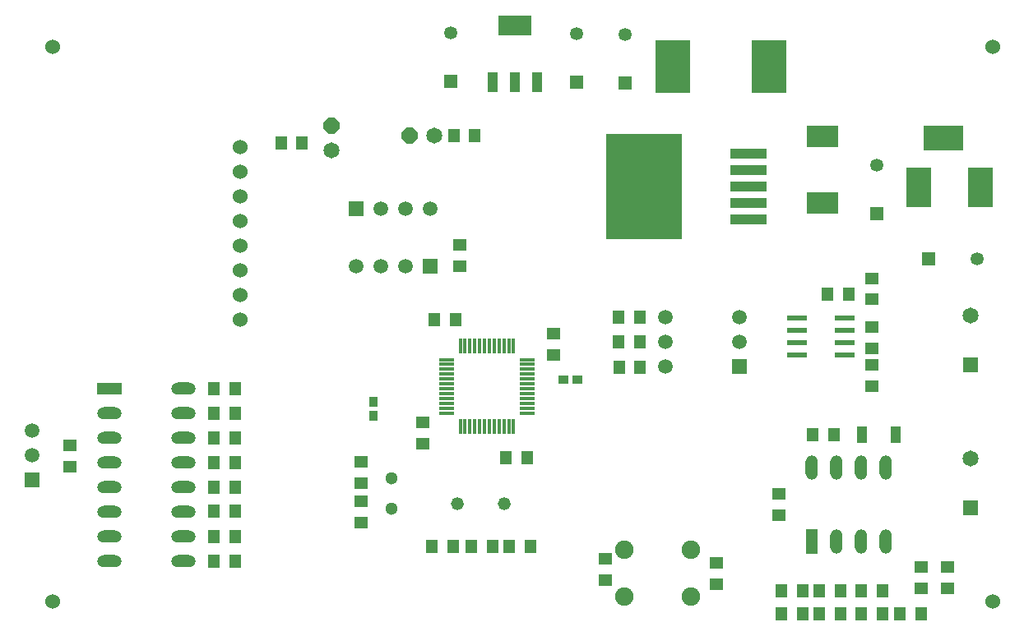
<source format=gbr>
G04*
G04 #@! TF.GenerationSoftware,Altium Limited,Altium Designer,22.4.2 (48)*
G04*
G04 Layer_Color=255*
%FSLAX25Y25*%
%MOIN*%
G70*
G04*
G04 #@! TF.SameCoordinates,F61A7644-D23D-4A37-B683-A49046494346*
G04*
G04*
G04 #@! TF.FilePolarity,Positive*
G04*
G01*
G75*
%ADD20R,0.03937X0.03740*%
G04:AMPARAMS|DCode=21|XSize=11.02mil|YSize=61.42mil|CornerRadius=2.76mil|HoleSize=0mil|Usage=FLASHONLY|Rotation=180.000|XOffset=0mil|YOffset=0mil|HoleType=Round|Shape=RoundedRectangle|*
%AMROUNDEDRECTD21*
21,1,0.01102,0.05591,0,0,180.0*
21,1,0.00551,0.06142,0,0,180.0*
1,1,0.00551,-0.00276,0.02795*
1,1,0.00551,0.00276,0.02795*
1,1,0.00551,0.00276,-0.02795*
1,1,0.00551,-0.00276,-0.02795*
%
%ADD21ROUNDEDRECTD21*%
G04:AMPARAMS|DCode=22|XSize=11.02mil|YSize=61.42mil|CornerRadius=2.76mil|HoleSize=0mil|Usage=FLASHONLY|Rotation=90.000|XOffset=0mil|YOffset=0mil|HoleType=Round|Shape=RoundedRectangle|*
%AMROUNDEDRECTD22*
21,1,0.01102,0.05591,0,0,90.0*
21,1,0.00551,0.06142,0,0,90.0*
1,1,0.00551,0.02795,0.00276*
1,1,0.00551,0.02795,-0.00276*
1,1,0.00551,-0.02795,-0.00276*
1,1,0.00551,-0.02795,0.00276*
%
%ADD22ROUNDEDRECTD22*%
%ADD23R,0.05512X0.04724*%
%ADD24R,0.04724X0.05512*%
%ADD25R,0.04331X0.08465*%
%ADD26R,0.13189X0.08465*%
%ADD27R,0.03740X0.03937*%
G04:AMPARAMS|DCode=28|XSize=77.56mil|YSize=23.23mil|CornerRadius=2.9mil|HoleSize=0mil|Usage=FLASHONLY|Rotation=0.000|XOffset=0mil|YOffset=0mil|HoleType=Round|Shape=RoundedRectangle|*
%AMROUNDEDRECTD28*
21,1,0.07756,0.01742,0,0,0.0*
21,1,0.07175,0.02323,0,0,0.0*
1,1,0.00581,0.03588,-0.00871*
1,1,0.00581,-0.03588,-0.00871*
1,1,0.00581,-0.03588,0.00871*
1,1,0.00581,0.03588,0.00871*
%
%ADD28ROUNDEDRECTD28*%
%ADD29R,0.14173X0.21654*%
%ADD30R,0.03937X0.06890*%
%ADD31R,0.14921X0.03898*%
%ADD32R,0.12520X0.08858*%
%ADD59C,0.06000*%
%ADD68R,0.31024X0.42677*%
%ADD70C,0.06496*%
%ADD71R,0.06496X0.06496*%
%ADD72R,0.05906X0.05906*%
%ADD73C,0.05906*%
%ADD74C,0.05315*%
%ADD75R,0.05315X0.05315*%
%ADD76O,0.10000X0.05000*%
%ADD77R,0.10000X0.05000*%
%ADD78C,0.07500*%
%ADD79O,0.05000X0.10000*%
%ADD80R,0.05000X0.10000*%
%ADD81C,0.05200*%
%ADD82C,0.05118*%
%ADD83R,0.05906X0.05906*%
%ADD84R,0.05315X0.05315*%
%ADD85R,0.16000X0.10000*%
%ADD86R,0.10000X0.16000*%
%ADD87C,0.06500*%
%ADD88P,0.07036X8X292.5*%
%ADD89P,0.07036X8X22.5*%
D20*
X227047Y110000D02*
D03*
X232953D02*
D03*
D21*
X185342Y90718D02*
D03*
X187310D02*
D03*
X189279D02*
D03*
X191247D02*
D03*
X193216D02*
D03*
X195185D02*
D03*
X197153D02*
D03*
X199121D02*
D03*
X201090D02*
D03*
X203059D02*
D03*
X205027D02*
D03*
X206996D02*
D03*
Y123632D02*
D03*
X205027D02*
D03*
X203059D02*
D03*
X201090D02*
D03*
X199121D02*
D03*
X197153D02*
D03*
X195185D02*
D03*
X193216D02*
D03*
X191247D02*
D03*
X189279D02*
D03*
X187310D02*
D03*
X185342D02*
D03*
D22*
X212625Y96348D02*
D03*
Y98317D02*
D03*
Y100285D02*
D03*
Y102254D02*
D03*
Y104222D02*
D03*
Y106191D02*
D03*
Y108159D02*
D03*
Y110128D02*
D03*
Y112096D02*
D03*
Y114065D02*
D03*
Y116033D02*
D03*
Y118002D02*
D03*
X179712D02*
D03*
Y116033D02*
D03*
Y114065D02*
D03*
Y112096D02*
D03*
Y110128D02*
D03*
Y108159D02*
D03*
Y106191D02*
D03*
Y104222D02*
D03*
Y102254D02*
D03*
Y100285D02*
D03*
Y98317D02*
D03*
Y96348D02*
D03*
D23*
X352000Y115754D02*
D03*
Y107092D02*
D03*
Y131254D02*
D03*
Y122592D02*
D03*
X223169Y119849D02*
D03*
Y128511D02*
D03*
X145169Y67849D02*
D03*
Y76511D02*
D03*
Y60494D02*
D03*
Y51833D02*
D03*
X170169Y92511D02*
D03*
Y83849D02*
D03*
X382687Y25115D02*
D03*
Y33776D02*
D03*
X314515Y54780D02*
D03*
Y63442D02*
D03*
X27000Y74681D02*
D03*
Y83342D02*
D03*
X372122Y33776D02*
D03*
Y25115D02*
D03*
X244000Y37343D02*
D03*
Y28681D02*
D03*
X289132Y35363D02*
D03*
Y26702D02*
D03*
X185230Y164456D02*
D03*
Y155794D02*
D03*
X352000Y142350D02*
D03*
Y151012D02*
D03*
D24*
X191331Y209012D02*
D03*
X182670D02*
D03*
X183499Y134180D02*
D03*
X174838D02*
D03*
X85507Y56439D02*
D03*
X94169D02*
D03*
X85507Y36237D02*
D03*
X94169D02*
D03*
X85507Y46064D02*
D03*
X94169D02*
D03*
X85507Y66337D02*
D03*
X94169D02*
D03*
X85507Y86204D02*
D03*
X94169D02*
D03*
X85507Y76180D02*
D03*
X94169D02*
D03*
X85507Y96183D02*
D03*
X94169D02*
D03*
X212499Y78180D02*
D03*
X203838D02*
D03*
X182499Y42180D02*
D03*
X173838D02*
D03*
X189838D02*
D03*
X198499D02*
D03*
X205025D02*
D03*
X213686D02*
D03*
X363390Y14752D02*
D03*
X372052D02*
D03*
X347820Y14752D02*
D03*
X356482D02*
D03*
X339625D02*
D03*
X330963D02*
D03*
X324099D02*
D03*
X315438D02*
D03*
X328007Y87680D02*
D03*
X336669D02*
D03*
X347820Y24180D02*
D03*
X356482D02*
D03*
X330963Y24191D02*
D03*
X339625D02*
D03*
X315352Y24180D02*
D03*
X324013D02*
D03*
X258311Y125287D02*
D03*
X249649D02*
D03*
X258311Y135207D02*
D03*
X249649D02*
D03*
X258331Y115012D02*
D03*
X249670D02*
D03*
X85507Y106209D02*
D03*
X94169D02*
D03*
X342831Y144423D02*
D03*
X334170D02*
D03*
X121331Y206012D02*
D03*
X112670D02*
D03*
D25*
X198390Y230512D02*
D03*
X207445D02*
D03*
X216500D02*
D03*
D26*
X207445Y253543D02*
D03*
D27*
X150000Y100964D02*
D03*
Y95059D02*
D03*
D28*
X321710Y134923D02*
D03*
Y129923D02*
D03*
Y124923D02*
D03*
Y119923D02*
D03*
X341198D02*
D03*
Y124923D02*
D03*
Y129923D02*
D03*
Y134923D02*
D03*
D29*
X271512Y237012D02*
D03*
X310489D02*
D03*
D30*
X348306Y87680D02*
D03*
X361692D02*
D03*
D31*
X302279Y174819D02*
D03*
Y181512D02*
D03*
Y188205D02*
D03*
Y194898D02*
D03*
Y201590D02*
D03*
D32*
X332000Y208614D02*
D03*
Y181409D02*
D03*
D59*
X96169Y204180D02*
D03*
Y194180D02*
D03*
Y184180D02*
D03*
Y174180D02*
D03*
Y164180D02*
D03*
Y154180D02*
D03*
Y144180D02*
D03*
Y134180D02*
D03*
X20000Y20012D02*
D03*
Y245012D02*
D03*
X401000Y20012D02*
D03*
Y245012D02*
D03*
D68*
X259956Y188205D02*
D03*
D70*
X392000Y136012D02*
D03*
Y78012D02*
D03*
D71*
Y116012D02*
D03*
Y58012D02*
D03*
D72*
X298584Y115287D02*
D03*
X143169Y179180D02*
D03*
X173169Y155750D02*
D03*
D73*
X298584Y125287D02*
D03*
Y135287D02*
D03*
X268584Y115287D02*
D03*
Y125287D02*
D03*
Y135287D02*
D03*
X11669Y79180D02*
D03*
Y89180D02*
D03*
X173169Y179180D02*
D03*
X163169D02*
D03*
X153169D02*
D03*
X143169Y155750D02*
D03*
X153169D02*
D03*
X163169D02*
D03*
D74*
X394686Y159012D02*
D03*
X252000Y249854D02*
D03*
X232501Y250197D02*
D03*
X354000Y196854D02*
D03*
X181500Y250512D02*
D03*
D75*
X375000Y159012D02*
D03*
D76*
X73116Y36209D02*
D03*
Y46209D02*
D03*
Y56209D02*
D03*
Y66209D02*
D03*
Y76209D02*
D03*
Y86209D02*
D03*
Y96209D02*
D03*
Y106209D02*
D03*
X43116Y36209D02*
D03*
Y46209D02*
D03*
Y56209D02*
D03*
Y66209D02*
D03*
Y76209D02*
D03*
Y86209D02*
D03*
Y96209D02*
D03*
D77*
Y106209D02*
D03*
D78*
X278969Y21980D02*
D03*
X251869Y40780D02*
D03*
Y21980D02*
D03*
X278969Y40780D02*
D03*
D79*
X357669Y74180D02*
D03*
X347669D02*
D03*
X337669D02*
D03*
X327669D02*
D03*
X357669Y44180D02*
D03*
X347669D02*
D03*
X337669D02*
D03*
D80*
X327669D02*
D03*
D81*
X184169Y59680D02*
D03*
X203169D02*
D03*
D82*
X157636Y57680D02*
D03*
Y69885D02*
D03*
D83*
X11669Y69180D02*
D03*
D84*
X252000Y230169D02*
D03*
X232500Y230512D02*
D03*
X354000Y177169D02*
D03*
X181500Y230827D02*
D03*
D85*
X381000Y208012D02*
D03*
D86*
X396000Y188012D02*
D03*
X371000D02*
D03*
D87*
X133000Y203012D02*
D03*
X174912Y208967D02*
D03*
D88*
X133000Y213012D02*
D03*
D89*
X164912Y208967D02*
D03*
M02*

</source>
